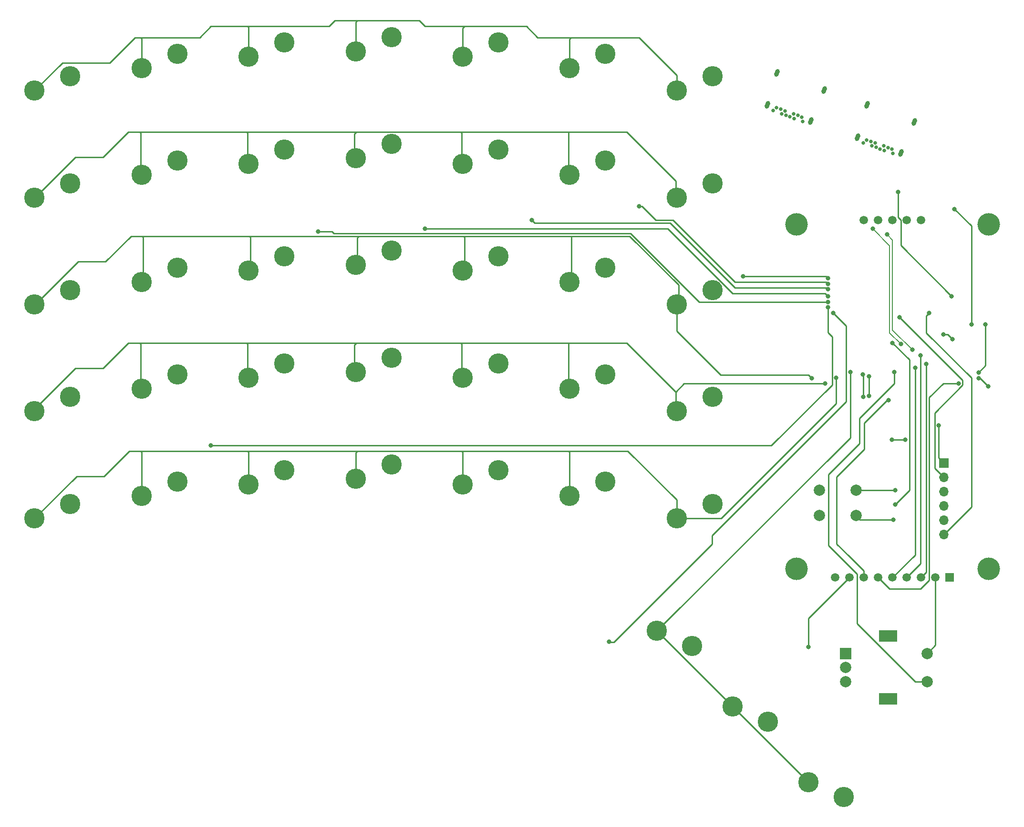
<source format=gbr>
%TF.GenerationSoftware,KiCad,Pcbnew,6.0.7-f9a2dced07~116~ubuntu20.04.1*%
%TF.CreationDate,2022-10-18T12:20:34-04:00*%
%TF.ProjectId,Splitboard-A,53706c69-7462-46f6-9172-642d412e6b69,rev?*%
%TF.SameCoordinates,Original*%
%TF.FileFunction,Copper,L1,Top*%
%TF.FilePolarity,Positive*%
%FSLAX46Y46*%
G04 Gerber Fmt 4.6, Leading zero omitted, Abs format (unit mm)*
G04 Created by KiCad (PCBNEW 6.0.7-f9a2dced07~116~ubuntu20.04.1) date 2022-10-18 12:20:34*
%MOMM*%
%LPD*%
G01*
G04 APERTURE LIST*
G04 Aperture macros list*
%AMHorizOval*
0 Thick line with rounded ends*
0 $1 width*
0 $2 $3 position (X,Y) of the first rounded end (center of the circle)*
0 $4 $5 position (X,Y) of the second rounded end (center of the circle)*
0 Add line between two ends*
20,1,$1,$2,$3,$4,$5,0*
0 Add two circle primitives to create the rounded ends*
1,1,$1,$2,$3*
1,1,$1,$4,$5*%
G04 Aperture macros list end*
%TA.AperFunction,ComponentPad*%
%ADD10C,0.650000*%
%TD*%
%TA.AperFunction,ComponentPad*%
%ADD11HorizOval,0.800000X-0.102606X-0.281908X0.102606X0.281908X0*%
%TD*%
%TA.AperFunction,ComponentPad*%
%ADD12C,3.600000*%
%TD*%
%TA.AperFunction,ComponentPad*%
%ADD13R,1.700000X1.700000*%
%TD*%
%TA.AperFunction,ComponentPad*%
%ADD14O,1.700000X1.700000*%
%TD*%
%TA.AperFunction,ComponentPad*%
%ADD15C,2.000000*%
%TD*%
%TA.AperFunction,ComponentPad*%
%ADD16R,3.200000X2.000000*%
%TD*%
%TA.AperFunction,ComponentPad*%
%ADD17R,2.000000X2.000000*%
%TD*%
%TA.AperFunction,ComponentPad*%
%ADD18C,4.000000*%
%TD*%
%TA.AperFunction,ComponentPad*%
%ADD19R,1.500000X1.500000*%
%TD*%
%TA.AperFunction,ComponentPad*%
%ADD20C,1.500000*%
%TD*%
%TA.AperFunction,ViaPad*%
%ADD21C,0.800000*%
%TD*%
%TA.AperFunction,Conductor*%
%ADD22C,0.250000*%
%TD*%
%TA.AperFunction,Conductor*%
%ADD23C,0.200000*%
%TD*%
G04 APERTURE END LIST*
D10*
%TO.P,J1,B1,GND*%
%TO.N,GND*%
X237562245Y-42943916D03*
%TO.P,J1,B2*%
%TO.N,N/C*%
X237425782Y-42149323D03*
%TO.P,J1,B3*%
X236674028Y-41875707D03*
%TO.P,J1,B4,VBUS*%
%TO.N,VBUS*%
X236058736Y-42396684D03*
%TO.P,J1,B5,CC2*%
%TO.N,Net-(J1-PadB5)*%
X235922273Y-41602091D03*
%TO.P,J1,B6,D+*%
%TO.N,/USB_CONN_D+*%
X235306982Y-42123068D03*
%TO.P,J1,B7,D-*%
%TO.N,/USB_CONN_D-*%
X234555228Y-41849452D03*
%TO.P,J1,B8,SBU2*%
%TO.N,unconnected-(J1-PadB8)*%
X234418765Y-41054859D03*
%TO.P,J1,B9,VBUS*%
%TO.N,VBUS*%
X233803474Y-41575835D03*
%TO.P,J1,B10*%
%TO.N,N/C*%
X233667011Y-40781243D03*
%TO.P,J1,B11*%
X232915257Y-40507626D03*
%TO.P,J1,B12,GND*%
%TO.N,GND*%
X232299966Y-41028603D03*
D11*
%TO.P,J1,S1,SHIELD*%
X241390557Y-37366943D03*
X239017248Y-42834987D03*
X232952117Y-34295603D03*
X231255387Y-40009901D03*
%TD*%
D12*
%TO.P,K28,1*%
%TO.N,/col3*%
X215190000Y-94460000D03*
%TO.P,K28,2*%
%TO.N,Net-(D28-Pad2)*%
X221540000Y-91920000D03*
%TD*%
%TO.P,K11,1*%
%TO.N,/col1*%
X158190000Y-49460000D03*
%TO.P,K11,2*%
%TO.N,Net-(D11-Pad2)*%
X164540000Y-46920000D03*
%TD*%
%TO.P,K33,1*%
%TO.N,/col4*%
X177190000Y-107460000D03*
%TO.P,K33,2*%
%TO.N,Net-(D33-Pad2)*%
X183540000Y-104920000D03*
%TD*%
%TO.P,K20,1*%
%TO.N,/col2*%
X196190000Y-71460000D03*
%TO.P,K20,2*%
%TO.N,Net-(D20-Pad2)*%
X202540000Y-68920000D03*
%TD*%
%TO.P,K13,1*%
%TO.N,/col1*%
X196190000Y-52460000D03*
%TO.P,K13,2*%
%TO.N,Net-(D13-Pad2)*%
X202540000Y-49920000D03*
%TD*%
%TO.P,K7,1*%
%TO.N,/col0*%
X215190000Y-37460000D03*
%TO.P,K7,2*%
%TO.N,Net-(D7-Pad2)*%
X221540000Y-34920000D03*
%TD*%
%TO.P,K17,1*%
%TO.N,/col2*%
X139190000Y-69460000D03*
%TO.P,K17,2*%
%TO.N,Net-(D17-Pad2)*%
X145540000Y-66920000D03*
%TD*%
%TO.P,K16,1*%
%TO.N,/col2*%
X120190000Y-71460000D03*
%TO.P,K16,2*%
%TO.N,Net-(D16-Pad2)*%
X126540000Y-68920000D03*
%TD*%
%TO.P,K37,2*%
%TO.N,Net-(D37-Pad2)*%
X231388154Y-149599214D03*
%TO.P,K37,1*%
%TO.N,/col5*%
X225101974Y-146905137D03*
%TD*%
%TO.P,K2,1*%
%TO.N,/col0*%
X120190000Y-33460000D03*
%TO.P,K2,2*%
%TO.N,Net-(D2-Pad2)*%
X126540000Y-30920000D03*
%TD*%
%TO.P,K38,1*%
%TO.N,/col5*%
X238537003Y-160340166D03*
%TO.P,K38,2*%
%TO.N,Net-(D38-Pad2)*%
X244823183Y-163034243D03*
%TD*%
%TO.P,K5,1*%
%TO.N,/col0*%
X177190000Y-31460000D03*
%TO.P,K5,2*%
%TO.N,Net-(D5-Pad2)*%
X183540000Y-28920000D03*
%TD*%
D13*
%TO.P,J3,1,Pin_1*%
%TO.N,+3.3V*%
X262625000Y-103650000D03*
D14*
%TO.P,J3,2,Pin_2*%
%TO.N,/SWCLK*%
X262625000Y-106190000D03*
%TO.P,J3,3,Pin_3*%
%TO.N,GND*%
X262625000Y-108730000D03*
%TO.P,J3,4,Pin_4*%
%TO.N,/SWDIO*%
X262625000Y-111270000D03*
%TO.P,J3,5,Pin_5*%
%TO.N,/NRST*%
X262625000Y-113810000D03*
%TO.P,J3,6,Pin_6*%
%TO.N,/SWO*%
X262625000Y-116350000D03*
%TD*%
D12*
%TO.P,K9,1*%
%TO.N,/col1*%
X120190000Y-52460000D03*
%TO.P,K9,2*%
%TO.N,Net-(D9-Pad2)*%
X126540000Y-49920000D03*
%TD*%
%TO.P,K32,1*%
%TO.N,/col4*%
X158190000Y-106460000D03*
%TO.P,K32,2*%
%TO.N,Net-(D32-Pad2)*%
X164540000Y-103920000D03*
%TD*%
%TO.P,K1,1*%
%TO.N,/col0*%
X101190000Y-37460000D03*
%TO.P,K1,2*%
%TO.N,Net-(D1-Pad2)*%
X107540000Y-34920000D03*
%TD*%
%TO.P,K26,1*%
%TO.N,/col3*%
X177190000Y-88460000D03*
%TO.P,K26,2*%
%TO.N,Net-(D26-Pad2)*%
X183540000Y-85920000D03*
%TD*%
D15*
%TO.P,SW1,S2,S2*%
%TO.N,GND*%
X259675000Y-137475000D03*
%TO.P,SW1,S1,S1*%
%TO.N,/ENC_SW*%
X259675000Y-142475000D03*
D16*
%TO.P,SW1,MP*%
%TO.N,N/C*%
X252675000Y-134375000D03*
X252675000Y-145575000D03*
D15*
%TO.P,SW1,C,C*%
%TO.N,GND*%
X245175000Y-139975000D03*
%TO.P,SW1,B,B*%
%TO.N,Net-(R13-Pad2)*%
X245175000Y-142475000D03*
D17*
%TO.P,SW1,A,A*%
%TO.N,Net-(R11-Pad2)*%
X245175000Y-137475000D03*
%TD*%
D12*
%TO.P,K4,1*%
%TO.N,/col0*%
X158190000Y-30460000D03*
%TO.P,K4,2*%
%TO.N,Net-(D4-Pad2)*%
X164540000Y-27920000D03*
%TD*%
%TO.P,K34,1*%
%TO.N,/col4*%
X196190000Y-109460000D03*
%TO.P,K34,2*%
%TO.N,Net-(D34-Pad2)*%
X202540000Y-106920000D03*
%TD*%
%TO.P,K30,1*%
%TO.N,/col4*%
X120190000Y-109460000D03*
%TO.P,K30,2*%
%TO.N,Net-(D30-Pad2)*%
X126540000Y-106920000D03*
%TD*%
%TO.P,K14,1*%
%TO.N,/col1*%
X215190000Y-56460000D03*
%TO.P,K14,2*%
%TO.N,Net-(D14-Pad2)*%
X221540000Y-53920000D03*
%TD*%
%TO.P,K12,1*%
%TO.N,/col1*%
X177190000Y-50460000D03*
%TO.P,K12,2*%
%TO.N,Net-(D12-Pad2)*%
X183540000Y-47920000D03*
%TD*%
%TO.P,K22,1*%
%TO.N,/col3*%
X101190000Y-94460000D03*
%TO.P,K22,2*%
%TO.N,Net-(D22-Pad2)*%
X107540000Y-91920000D03*
%TD*%
%TO.P,K6,1*%
%TO.N,/col0*%
X196190000Y-33460000D03*
%TO.P,K6,2*%
%TO.N,Net-(D6-Pad2)*%
X202540000Y-30920000D03*
%TD*%
%TO.P,K8,1*%
%TO.N,/col1*%
X101190000Y-56460000D03*
%TO.P,K8,2*%
%TO.N,Net-(D8-Pad2)*%
X107540000Y-53920000D03*
%TD*%
%TO.P,K18,1*%
%TO.N,/col2*%
X158190000Y-68460000D03*
%TO.P,K18,2*%
%TO.N,Net-(D18-Pad2)*%
X164540000Y-65920000D03*
%TD*%
%TO.P,K15,1*%
%TO.N,/col2*%
X101190000Y-75460000D03*
%TO.P,K15,2*%
%TO.N,Net-(D15-Pad2)*%
X107540000Y-72920000D03*
%TD*%
%TO.P,K21,1*%
%TO.N,/col2*%
X215190000Y-75460000D03*
%TO.P,K21,2*%
%TO.N,Net-(D21-Pad2)*%
X221540000Y-72920000D03*
%TD*%
%TO.P,K19,1*%
%TO.N,/col2*%
X177190000Y-69460000D03*
%TO.P,K19,2*%
%TO.N,Net-(D19-Pad2)*%
X183540000Y-66920000D03*
%TD*%
%TO.P,K25,1*%
%TO.N,/col3*%
X158190000Y-87460000D03*
%TO.P,K25,2*%
%TO.N,Net-(D25-Pad2)*%
X164540000Y-84920000D03*
%TD*%
%TO.P,K10,1*%
%TO.N,/col1*%
X139190000Y-50460000D03*
%TO.P,K10,2*%
%TO.N,Net-(D10-Pad2)*%
X145540000Y-47920000D03*
%TD*%
%TO.P,K31,1*%
%TO.N,/col4*%
X139190000Y-107460000D03*
%TO.P,K31,2*%
%TO.N,Net-(D31-Pad2)*%
X145540000Y-104920000D03*
%TD*%
%TO.P,K23,1*%
%TO.N,/col3*%
X120190000Y-90460000D03*
%TO.P,K23,2*%
%TO.N,Net-(D23-Pad2)*%
X126540000Y-87920000D03*
%TD*%
%TO.P,K29,1*%
%TO.N,/col4*%
X101190000Y-113460000D03*
%TO.P,K29,2*%
%TO.N,Net-(D29-Pad2)*%
X107540000Y-110920000D03*
%TD*%
%TO.P,K24,1*%
%TO.N,/col3*%
X139190000Y-88460000D03*
%TO.P,K24,2*%
%TO.N,Net-(D24-Pad2)*%
X145540000Y-85920000D03*
%TD*%
%TO.P,K36,1*%
%TO.N,/col5*%
X211666945Y-133470108D03*
%TO.P,K36,2*%
%TO.N,Net-(D36-Pad2)*%
X217953125Y-136164185D03*
%TD*%
%TO.P,K35,1*%
%TO.N,/col4*%
X215190000Y-113460000D03*
%TO.P,K35,2*%
%TO.N,Net-(D35-Pad2)*%
X221540000Y-110920000D03*
%TD*%
%TO.P,K27,1*%
%TO.N,/col3*%
X196190000Y-90460000D03*
%TO.P,K27,2*%
%TO.N,Net-(D27-Pad2)*%
X202540000Y-87920000D03*
%TD*%
%TO.P,K3,1*%
%TO.N,/col0*%
X139190000Y-31460000D03*
%TO.P,K3,2*%
%TO.N,Net-(D3-Pad2)*%
X145540000Y-28920000D03*
%TD*%
D15*
%TO.P,SW2,1,1*%
%TO.N,GND*%
X240500000Y-108500000D03*
X247000000Y-108500000D03*
%TO.P,SW2,2,2*%
%TO.N,/NRST*%
X240500000Y-113000000D03*
X247000000Y-113000000D03*
%TD*%
D18*
%TO.P,U2,*%
%TO.N,*%
X236450000Y-61257500D03*
X236450000Y-122457500D03*
X270550000Y-61257500D03*
X270550000Y-122457500D03*
D19*
%TO.P,U2,1,VCC*%
%TO.N,VBUS*%
X263660000Y-123957500D03*
D20*
%TO.P,U2,2,GND*%
%TO.N,GND*%
X261120000Y-123957500D03*
%TO.P,U2,3,~{CS}*%
%TO.N,/LCD1_CS*%
X258580000Y-123957500D03*
%TO.P,U2,4,RESET*%
%TO.N,/LCD1_RST*%
X256040000Y-123957500D03*
%TO.P,U2,5,D/~{C}*%
%TO.N,/LCD1_DC*%
X253500000Y-123957500D03*
%TO.P,U2,6,MOSI*%
%TO.N,/MOSI*%
X250960000Y-123957500D03*
%TO.P,U2,7,SCK*%
%TO.N,/SCK*%
X248420000Y-123957500D03*
%TO.P,U2,8,LED*%
%TO.N,+3.3V*%
X245880000Y-123957500D03*
%TO.P,U2,9,MISO*%
%TO.N,unconnected-(U2-Pad9)*%
X243340000Y-123957500D03*
%TO.P,U2,10,SD_CS*%
%TO.N,unconnected-(U2-Pad10)*%
X258580000Y-60437500D03*
%TO.P,U2,11,SD_MOSI*%
%TO.N,unconnected-(U2-Pad11)*%
X256040000Y-60437500D03*
%TO.P,U2,12,SD_MISO*%
%TO.N,unconnected-(U2-Pad12)*%
X253500000Y-60437500D03*
%TO.P,U2,13,SD_SCK*%
%TO.N,unconnected-(U2-Pad13)*%
X250960000Y-60437500D03*
%TO.P,U2,14,FLASH_CD*%
%TO.N,unconnected-(U2-Pad14)*%
X248420000Y-60437500D03*
%TD*%
D10*
%TO.P,J2,B1,GND*%
%TO.N,GND*%
X253562245Y-48643916D03*
%TO.P,J2,B2,TX2+*%
%TO.N,unconnected-(J2-PadB2)*%
X253425782Y-47849323D03*
%TO.P,J2,B3,TX2-*%
%TO.N,/LCD2_RST*%
X252674028Y-47575707D03*
%TO.P,J2,B4,VBUS*%
%TO.N,VBUS*%
X252058736Y-48096684D03*
%TO.P,J2,B5,CC2*%
%TO.N,/MOSI*%
X251922273Y-47302091D03*
%TO.P,J2,B6,D+*%
%TO.N,/SDA*%
X251306982Y-47823068D03*
%TO.P,J2,B7,D-*%
%TO.N,/SCL*%
X250555228Y-47549452D03*
%TO.P,J2,B8,SBU2*%
%TO.N,/SCK*%
X250418765Y-46754859D03*
%TO.P,J2,B9,VBUS*%
%TO.N,VBUS*%
X249803474Y-47275835D03*
%TO.P,J2,B10,RX1-*%
%TO.N,/LCD2_CS*%
X249667011Y-46481243D03*
%TO.P,J2,B11,RX1+*%
%TO.N,/LCD2_DC*%
X248915257Y-46207626D03*
%TO.P,J2,B12,GND*%
%TO.N,GND*%
X248299966Y-46728603D03*
D11*
%TO.P,J2,S1,SHIELD*%
X247255387Y-45709901D03*
X257390557Y-43066943D03*
X255017248Y-48534987D03*
X248952117Y-39995603D03*
%TD*%
D21*
%TO.N,/SCK*%
X252800000Y-92500000D03*
%TO.N,/ENC_SW*%
X253800000Y-87500000D03*
%TO.N,+3.3V*%
X253400000Y-99500000D03*
%TO.N,/ENC_B*%
X248200000Y-87900000D03*
X248318975Y-91915800D03*
%TO.N,/ENC_A*%
X249300000Y-91724500D03*
X249300000Y-88275500D03*
%TO.N,+3.3V*%
X238600000Y-136300000D03*
X255775500Y-99500000D03*
X261724500Y-97000000D03*
%TO.N,/row0*%
X243000000Y-77000000D03*
X203138485Y-135361515D03*
%TO.N,/row1*%
X242000000Y-76000000D03*
X132500000Y-100500000D03*
%TO.N,/row2*%
X242000000Y-74999503D03*
X151500000Y-62500000D03*
%TO.N,/row3*%
X242000000Y-74000000D03*
X170500000Y-62000000D03*
%TO.N,/col2*%
X239200000Y-88600000D03*
%TO.N,/col3*%
X241500000Y-89500000D03*
%TO.N,GND*%
X254000000Y-108500000D03*
X264000000Y-74000000D03*
X254500000Y-55500000D03*
%TO.N,/row4*%
X242000000Y-72774506D03*
X189500000Y-60500000D03*
%TO.N,/row5*%
X208500000Y-58000000D03*
X242000000Y-71775003D03*
%TO.N,/row6*%
X227000000Y-70500000D03*
X242000000Y-70775500D03*
%TO.N,/col4*%
X243500000Y-88500000D03*
%TO.N,/col5*%
X246000000Y-87500497D03*
%TO.N,/NRST*%
X268775500Y-88549003D03*
X253600000Y-113700000D03*
X270500000Y-90000000D03*
%TO.N,+3.3V*%
X264500000Y-58500000D03*
X264107641Y-81607642D03*
X267500000Y-79000000D03*
X262500000Y-80775500D03*
%TO.N,/SWDIO*%
X254000000Y-111000000D03*
X253500000Y-82300500D03*
%TO.N,/SWCLK*%
X254775500Y-77724500D03*
%TO.N,/SWO*%
X260000000Y-77000000D03*
%TO.N,/RCC_OSC_IN*%
X268775500Y-87549500D03*
X270000000Y-79000000D03*
%TO.N,/LCD1_RST*%
X258500000Y-84500000D03*
%TO.N,/USB_D-*%
X252500000Y-63000000D03*
X257000000Y-83500000D03*
%TO.N,/USB_D+*%
X255000000Y-82500000D03*
X250000000Y-62000000D03*
%TO.N,/LCD1_DC*%
X257500000Y-86724500D03*
%TO.N,/LCD1_CS*%
X259500000Y-86000000D03*
%TO.N,/MOSI*%
X265224500Y-89500000D03*
%TD*%
D22*
%TO.N,/SCK*%
X243600000Y-106100000D02*
X248500000Y-101200000D01*
X248420000Y-122820000D02*
X245800000Y-120200000D01*
X248500000Y-101200000D02*
X248500000Y-96500000D01*
X252500000Y-92500000D02*
X252800000Y-92500000D01*
X243600000Y-113700000D02*
X243600000Y-106100000D01*
X248420000Y-123957500D02*
X248420000Y-122820000D01*
X245800000Y-120200000D02*
X243600000Y-118000000D01*
X248500000Y-96500000D02*
X252500000Y-92500000D01*
X243600000Y-118000000D02*
X243600000Y-113700000D01*
%TO.N,/ENC_SW*%
X259675000Y-142475000D02*
X257525000Y-142475000D01*
X257525000Y-142475000D02*
X247200000Y-132150000D01*
X247200000Y-123400000D02*
X242100000Y-118300000D01*
X247200000Y-132150000D02*
X247200000Y-123400000D01*
X242100000Y-118300000D02*
X242100000Y-105700000D01*
X242100000Y-105700000D02*
X247600000Y-100200000D01*
X247600000Y-100200000D02*
X247600000Y-95700000D01*
X253800000Y-89500000D02*
X253800000Y-87500000D01*
X247600000Y-95700000D02*
X253800000Y-89500000D01*
%TO.N,+3.3V*%
X253400000Y-99500000D02*
X255775500Y-99500000D01*
%TO.N,/ENC_B*%
X248318975Y-88018975D02*
X248200000Y-87900000D01*
X248318975Y-91915800D02*
X248318975Y-88018975D01*
%TO.N,/ENC_A*%
X249300000Y-88275500D02*
X249300000Y-91724500D01*
%TO.N,GND*%
X261120000Y-123957500D02*
X261120000Y-136030000D01*
X261120000Y-136030000D02*
X259675000Y-137475000D01*
%TO.N,+3.3V*%
X238600000Y-136300000D02*
X238600000Y-131237500D01*
X238600000Y-131237500D02*
X245880000Y-123957500D01*
%TO.N,/col2*%
X239200000Y-88600000D02*
X238600000Y-88000000D01*
X238600000Y-88000000D02*
X222989590Y-88000000D01*
X222989590Y-88000000D02*
X215190000Y-80200410D01*
X215190000Y-80200410D02*
X215190000Y-75460000D01*
%TO.N,/NRST*%
X253600000Y-113700000D02*
X247700000Y-113700000D01*
X247700000Y-113700000D02*
X247000000Y-113000000D01*
%TO.N,+3.3V*%
X261724500Y-102724500D02*
X262625000Y-103625000D01*
X261724500Y-97000000D02*
X261724500Y-102724500D01*
D23*
%TO.N,/USB_D-*%
X252500000Y-63000000D02*
X253500000Y-64000000D01*
X253500000Y-64000000D02*
X253500000Y-80000000D01*
X253500000Y-80000000D02*
X257000000Y-83500000D01*
D22*
%TO.N,/SWCLK*%
X262625000Y-106190000D02*
X261000000Y-104565000D01*
X261000000Y-104565000D02*
X261000000Y-94749805D01*
X265949500Y-88898500D02*
X254775500Y-77724500D01*
X261000000Y-94749805D02*
X265949500Y-89800305D01*
X265949500Y-89800305D02*
X265949500Y-88898500D01*
D23*
%TO.N,/USB_D+*%
X255000000Y-82500000D02*
X253000000Y-80500000D01*
X253000000Y-80500000D02*
X253000000Y-65000000D01*
X253000000Y-65000000D02*
X250000000Y-62000000D01*
D22*
%TO.N,/row0*%
X204000000Y-135500000D02*
X203276970Y-135500000D01*
X243000000Y-77000000D02*
X245275000Y-79275000D01*
X221500000Y-118000000D02*
X204000000Y-135500000D01*
X245275000Y-92725000D02*
X221500000Y-116500000D01*
X221500000Y-116500000D02*
X221500000Y-118000000D01*
X245275000Y-79275000D02*
X245275000Y-92725000D01*
X203276970Y-135500000D02*
X203138485Y-135361515D01*
%TO.N,/row1*%
X242000000Y-80450000D02*
X242775000Y-81225000D01*
X232000000Y-100500000D02*
X132500000Y-100500000D01*
X242000000Y-76000000D02*
X242000000Y-80450000D01*
X242775000Y-81225000D02*
X242775000Y-89725000D01*
X242775000Y-89725000D02*
X232000000Y-100500000D01*
%TO.N,/row2*%
X154000000Y-62500000D02*
X151500000Y-62500000D01*
X219181396Y-75045000D02*
X206996396Y-62860000D01*
X206996396Y-62860000D02*
X154360000Y-62860000D01*
X242000000Y-74999503D02*
X241954503Y-75045000D01*
X241954503Y-75045000D02*
X219181396Y-75045000D01*
X154360000Y-62860000D02*
X154000000Y-62500000D01*
%TO.N,/row3*%
X213625204Y-62000000D02*
X170500000Y-62000000D01*
X242000000Y-74000000D02*
X241500000Y-73500000D01*
X241500000Y-73500000D02*
X225125204Y-73500000D01*
X225125204Y-73500000D02*
X213625204Y-62000000D01*
%TO.N,/col0*%
X132500000Y-26000000D02*
X130500000Y-28000000D01*
X130500000Y-28000000D02*
X120000000Y-28000000D01*
X120190000Y-33460000D02*
X120190000Y-28190000D01*
X158500000Y-25000000D02*
X154500000Y-25000000D01*
X177190000Y-31460000D02*
X177190000Y-26310000D01*
X120190000Y-28190000D02*
X120000000Y-28000000D01*
X196190000Y-33460000D02*
X196190000Y-28310000D01*
X158190000Y-25310000D02*
X158500000Y-25000000D01*
X188500000Y-26000000D02*
X177500000Y-26000000D01*
X114500000Y-32500000D02*
X106150000Y-32500000D01*
X120000000Y-28000000D02*
X119000000Y-28000000D01*
X153500000Y-26000000D02*
X139000000Y-26000000D01*
X177190000Y-26310000D02*
X177500000Y-26000000D01*
X169500000Y-25000000D02*
X158500000Y-25000000D01*
X196190000Y-28310000D02*
X196500000Y-28000000D01*
X158190000Y-30460000D02*
X158190000Y-25310000D01*
X139000000Y-26000000D02*
X132500000Y-26000000D01*
X154500000Y-25000000D02*
X153500000Y-26000000D01*
X139190000Y-26190000D02*
X139000000Y-26000000D01*
X215190000Y-37460000D02*
X215190000Y-34690000D01*
X119000000Y-28000000D02*
X114500000Y-32500000D01*
X196500000Y-28000000D02*
X190500000Y-28000000D01*
X190500000Y-28000000D02*
X188500000Y-26000000D01*
X106150000Y-32500000D02*
X101190000Y-37460000D01*
X215190000Y-34690000D02*
X208500000Y-28000000D01*
X177500000Y-26000000D02*
X170500000Y-26000000D01*
X139190000Y-31460000D02*
X139190000Y-26190000D01*
X208500000Y-28000000D02*
X196500000Y-28000000D01*
X170500000Y-26000000D02*
X169500000Y-25000000D01*
%TO.N,/col1*%
X158000000Y-49770000D02*
X158000000Y-45120000D01*
X138810000Y-44810000D02*
X158310000Y-44810000D01*
X139000000Y-50770000D02*
X139000000Y-45000000D01*
X108460000Y-49310000D02*
X113310000Y-49310000D01*
X120000000Y-52770000D02*
X120000000Y-45000000D01*
X158310000Y-44810000D02*
X176810000Y-44810000D01*
X206310000Y-44810000D02*
X215000000Y-53500000D01*
X117810000Y-44810000D02*
X119810000Y-44810000D01*
X196000000Y-52770000D02*
X196000000Y-45000000D01*
X113310000Y-49310000D02*
X117810000Y-44810000D01*
X101000000Y-56770000D02*
X108460000Y-49310000D01*
X120000000Y-45000000D02*
X119810000Y-44810000D01*
X215000000Y-53500000D02*
X215000000Y-56770000D01*
X177000000Y-50770000D02*
X177000000Y-45000000D01*
X119810000Y-44810000D02*
X138810000Y-44810000D01*
X158000000Y-45120000D02*
X158310000Y-44810000D01*
X176810000Y-44810000D02*
X206310000Y-44810000D01*
X177000000Y-45000000D02*
X176810000Y-44810000D01*
X139000000Y-45000000D02*
X138810000Y-44810000D01*
%TO.N,/col2*%
X215500000Y-72000000D02*
X215500000Y-75270000D01*
X139500000Y-69270000D02*
X139500000Y-63500000D01*
X120500000Y-63500000D02*
X120310000Y-63310000D01*
X177310000Y-63310000D02*
X206810000Y-63310000D01*
X113810000Y-67810000D02*
X118310000Y-63310000D01*
X158500000Y-63620000D02*
X158810000Y-63310000D01*
X139500000Y-63500000D02*
X139310000Y-63310000D01*
X108960000Y-67810000D02*
X113810000Y-67810000D01*
X101500000Y-75270000D02*
X108960000Y-67810000D01*
X206810000Y-63310000D02*
X215500000Y-72000000D01*
X139310000Y-63310000D02*
X158810000Y-63310000D01*
X196500000Y-71270000D02*
X196500000Y-63500000D01*
X177500000Y-69270000D02*
X177500000Y-63500000D01*
X118310000Y-63310000D02*
X120310000Y-63310000D01*
X120310000Y-63310000D02*
X139310000Y-63310000D01*
X177500000Y-63500000D02*
X177310000Y-63310000D01*
X120500000Y-71270000D02*
X120500000Y-63500000D01*
X158500000Y-68270000D02*
X158500000Y-63620000D01*
X158810000Y-63310000D02*
X177310000Y-63310000D01*
%TO.N,/col3*%
X139000000Y-82500000D02*
X138810000Y-82310000D01*
X177000000Y-88270000D02*
X177000000Y-82500000D01*
X158000000Y-82620000D02*
X158310000Y-82310000D01*
X101000000Y-94270000D02*
X108460000Y-86810000D01*
X215000000Y-91000000D02*
X215000000Y-94270000D01*
X117810000Y-82310000D02*
X119810000Y-82310000D01*
X158310000Y-82310000D02*
X176810000Y-82310000D01*
X120000000Y-90270000D02*
X120000000Y-82500000D01*
X138810000Y-82310000D02*
X158310000Y-82310000D01*
X177000000Y-82500000D02*
X176810000Y-82310000D01*
X119810000Y-82310000D02*
X138810000Y-82310000D01*
X158000000Y-87270000D02*
X158000000Y-82620000D01*
X120000000Y-82500000D02*
X119810000Y-82310000D01*
X108460000Y-86810000D02*
X113310000Y-86810000D01*
X241500000Y-89500000D02*
X216500000Y-89500000D01*
X176810000Y-82310000D02*
X206310000Y-82310000D01*
X206310000Y-82310000D02*
X215000000Y-91000000D01*
X196000000Y-90270000D02*
X196000000Y-82500000D01*
X113310000Y-86810000D02*
X117810000Y-82310000D01*
X216500000Y-89500000D02*
X215000000Y-91000000D01*
X139000000Y-88270000D02*
X139000000Y-82500000D01*
%TO.N,GND*%
X254965000Y-64965000D02*
X264000000Y-74000000D01*
X254965000Y-60465000D02*
X254965000Y-64965000D01*
X254000000Y-108500000D02*
X247000000Y-108500000D01*
X254500000Y-60000000D02*
X254965000Y-60465000D01*
X254500000Y-60000000D02*
X254500000Y-55500000D01*
%TO.N,/row4*%
X242000000Y-72774506D02*
X241725494Y-72500000D01*
X190000000Y-61000000D02*
X189500000Y-60500000D01*
X214000000Y-61000000D02*
X190000000Y-61000000D01*
X225500000Y-72500000D02*
X214000000Y-61000000D01*
X241725494Y-72500000D02*
X225500000Y-72500000D01*
%TO.N,/row5*%
X242000000Y-71775003D02*
X241724997Y-71500000D01*
X214500000Y-60500000D02*
X211500000Y-60500000D01*
X209000000Y-58000000D02*
X208500000Y-58000000D01*
X241724997Y-71500000D02*
X225500000Y-71500000D01*
X211500000Y-60500000D02*
X209000000Y-58000000D01*
X225500000Y-71500000D02*
X214500000Y-60500000D01*
%TO.N,/row6*%
X241724500Y-70500000D02*
X227000000Y-70500000D01*
X242000000Y-70775500D02*
X241724500Y-70500000D01*
%TO.N,/col4*%
X158190000Y-101810000D02*
X158500000Y-101500000D01*
X243500000Y-93025305D02*
X223065305Y-113460000D01*
X177000000Y-101500000D02*
X196000000Y-101500000D01*
X196000000Y-101500000D02*
X206500000Y-101500000D01*
X206500000Y-101500000D02*
X215190000Y-110190000D01*
X177190000Y-101690000D02*
X177000000Y-101500000D01*
X215190000Y-110190000D02*
X215190000Y-113460000D01*
X139190000Y-101690000D02*
X139000000Y-101500000D01*
X177190000Y-107460000D02*
X177190000Y-101690000D01*
X223065305Y-113460000D02*
X215190000Y-113460000D01*
X158190000Y-106460000D02*
X158190000Y-101810000D01*
X120000000Y-101500000D02*
X139000000Y-101500000D01*
X196190000Y-109460000D02*
X196190000Y-101690000D01*
X158500000Y-101500000D02*
X177000000Y-101500000D01*
X108650000Y-106000000D02*
X113500000Y-106000000D01*
X139190000Y-107460000D02*
X139190000Y-101690000D01*
X118000000Y-101500000D02*
X120000000Y-101500000D01*
X243500000Y-88500000D02*
X243500000Y-93025305D01*
X113500000Y-106000000D02*
X118000000Y-101500000D01*
X196190000Y-101690000D02*
X196000000Y-101500000D01*
X139000000Y-101500000D02*
X158500000Y-101500000D01*
X120190000Y-101690000D02*
X120000000Y-101500000D01*
X101190000Y-113460000D02*
X108650000Y-106000000D01*
X120190000Y-109460000D02*
X120190000Y-101690000D01*
%TO.N,/col5*%
X225101974Y-146905137D02*
X211666945Y-133470108D01*
X246000000Y-87500497D02*
X246000000Y-99137053D01*
X238537003Y-160340166D02*
X225101974Y-146905137D01*
X246000000Y-99137053D02*
X211666945Y-133470108D01*
%TO.N,/NRST*%
X269049003Y-88549003D02*
X270500000Y-90000000D01*
X268775500Y-88549003D02*
X269049003Y-88549003D01*
%TO.N,+3.3V*%
X262500000Y-80775500D02*
X263275499Y-80775500D01*
X267500000Y-79000000D02*
X267500000Y-61500000D01*
X267500000Y-61500000D02*
X264500000Y-58500000D01*
X263275499Y-80775500D02*
X264107641Y-81607642D01*
%TO.N,/SWDIO*%
X253500000Y-82300500D02*
X256500000Y-85300500D01*
X256500000Y-85300500D02*
X256500000Y-108500000D01*
X256500000Y-108500000D02*
X254000000Y-111000000D01*
%TO.N,/SWO*%
X259500000Y-80500000D02*
X267500000Y-88500000D01*
X260000000Y-77000000D02*
X259500000Y-77500000D01*
X259500000Y-77500000D02*
X259500000Y-80500000D01*
X267500000Y-111475000D02*
X262625000Y-116350000D01*
X267500000Y-88500000D02*
X267500000Y-111475000D01*
%TO.N,/RCC_OSC_IN*%
X268775500Y-87549500D02*
X270000000Y-86325000D01*
X270000000Y-86325000D02*
X270000000Y-79000000D01*
%TO.N,/LCD1_RST*%
X258500000Y-121497500D02*
X256040000Y-123957500D01*
X258500000Y-84500000D02*
X258500000Y-121497500D01*
%TO.N,/LCD1_DC*%
X257500000Y-119957500D02*
X257500000Y-87000000D01*
X253500000Y-123957500D02*
X257500000Y-119957500D01*
X257500000Y-87000000D02*
X257500000Y-86724500D01*
%TO.N,/LCD1_CS*%
X258580000Y-123957500D02*
X259500000Y-123037500D01*
X259500000Y-123037500D02*
X259500000Y-86000000D01*
%TO.N,/MOSI*%
X260000000Y-92000000D02*
X262500000Y-89500000D01*
X258447780Y-126000000D02*
X260000000Y-124447780D01*
X260000000Y-124447780D02*
X260000000Y-92000000D01*
X250960000Y-123957500D02*
X253002500Y-126000000D01*
X262500000Y-89500000D02*
X265224500Y-89500000D01*
X253002500Y-126000000D02*
X258447780Y-126000000D01*
%TD*%
M02*

</source>
